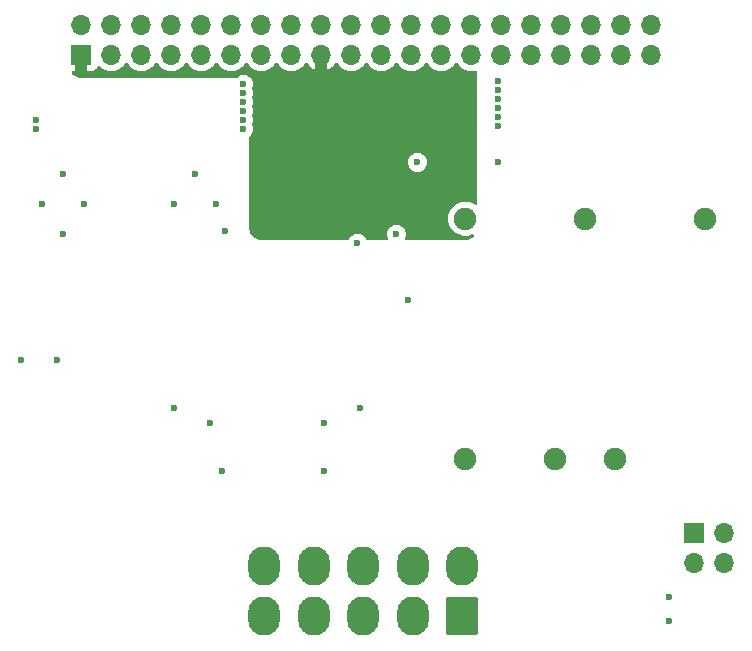
<source format=gbr>
%TF.GenerationSoftware,KiCad,Pcbnew,8.0.3-8.0.3-0~ubuntu23.10.1*%
%TF.CreationDate,2024-09-16T17:13:33+03:00*%
%TF.ProjectId,Raspberry Pi 5 shield,52617370-6265-4727-9279-205069203520,rev?*%
%TF.SameCoordinates,Original*%
%TF.FileFunction,Copper,L3,Inr*%
%TF.FilePolarity,Positive*%
%FSLAX46Y46*%
G04 Gerber Fmt 4.6, Leading zero omitted, Abs format (unit mm)*
G04 Created by KiCad (PCBNEW 8.0.3-8.0.3-0~ubuntu23.10.1) date 2024-09-16 17:13:33*
%MOMM*%
%LPD*%
G01*
G04 APERTURE LIST*
G04 Aperture macros list*
%AMRoundRect*
0 Rectangle with rounded corners*
0 $1 Rounding radius*
0 $2 $3 $4 $5 $6 $7 $8 $9 X,Y pos of 4 corners*
0 Add a 4 corners polygon primitive as box body*
4,1,4,$2,$3,$4,$5,$6,$7,$8,$9,$2,$3,0*
0 Add four circle primitives for the rounded corners*
1,1,$1+$1,$2,$3*
1,1,$1+$1,$4,$5*
1,1,$1+$1,$6,$7*
1,1,$1+$1,$8,$9*
0 Add four rect primitives between the rounded corners*
20,1,$1+$1,$2,$3,$4,$5,0*
20,1,$1+$1,$4,$5,$6,$7,0*
20,1,$1+$1,$6,$7,$8,$9,0*
20,1,$1+$1,$8,$9,$2,$3,0*%
G04 Aperture macros list end*
%TA.AperFunction,ComponentPad*%
%ADD10C,1.900000*%
%TD*%
%TA.AperFunction,ComponentPad*%
%ADD11RoundRect,0.250001X1.099999X1.399999X-1.099999X1.399999X-1.099999X-1.399999X1.099999X-1.399999X0*%
%TD*%
%TA.AperFunction,ComponentPad*%
%ADD12O,2.700000X3.300000*%
%TD*%
%TA.AperFunction,ComponentPad*%
%ADD13R,1.700000X1.700000*%
%TD*%
%TA.AperFunction,ComponentPad*%
%ADD14O,1.700000X1.700000*%
%TD*%
%TA.AperFunction,ViaPad*%
%ADD15C,0.600000*%
%TD*%
G04 APERTURE END LIST*
D10*
%TO.N,+24V*%
%TO.C,PS1*%
X157734000Y-104976000D03*
%TO.N,GNDPWR*%
X152654000Y-104976000D03*
%TO.N,+5V*%
X165354000Y-84656000D03*
%TO.N,Net-(PS1-TRIM)*%
X155194000Y-84656000D03*
%TO.N,GND*%
X145034000Y-84656000D03*
%TO.N,unconnected-(PS1-R.C.-Pad6)*%
X145034000Y-104976000D03*
%TD*%
D11*
%TO.N,+24V*%
%TO.C,J3*%
X144780000Y-118291000D03*
D12*
%TO.N,unconnected-(J3-Pin_2-Pad2)*%
X140598000Y-118291000D03*
%TO.N,unconnected-(J3-Pin_3-Pad3)*%
X136398000Y-118291000D03*
%TO.N,unconnected-(J3-Pin_4-Pad4)*%
X132207000Y-118291000D03*
%TO.N,unconnected-(J3-Pin_5-Pad5)*%
X127998000Y-118291000D03*
%TO.N,GNDPWR*%
X144780000Y-114091000D03*
%TO.N,unconnected-(J3-Pin_7-Pad7)*%
X140598000Y-114091000D03*
%TO.N,CANH*%
X136398000Y-114091000D03*
%TO.N,CANL*%
X132207000Y-114091000D03*
%TO.N,GND_CAN*%
X127998000Y-114091000D03*
%TD*%
D13*
%TO.N,unconnected-(J2-Pin_1-Pad1)*%
%TO.C,J2*%
X164370000Y-111270000D03*
D14*
%TO.N,unconnected-(J2-Pin_2-Pad2)*%
X166910000Y-111270000D03*
%TO.N,unconnected-(J2-Pin_3-Pad3)*%
X164370000Y-113810000D03*
%TO.N,unconnected-(J2-Pin_4-Pad4)*%
X166910000Y-113810000D03*
%TD*%
D13*
%TO.N,+3.3V*%
%TO.C,J1*%
X112510000Y-70810000D03*
D14*
%TO.N,+5V*%
X112510000Y-68270000D03*
%TO.N,unconnected-(J1-Pin_3-Pad3)*%
X115050000Y-70810000D03*
%TO.N,+5V*%
X115050000Y-68270000D03*
%TO.N,unconnected-(J1-Pin_5-Pad5)*%
X117590000Y-70810000D03*
%TO.N,GND*%
X117590000Y-68270000D03*
%TO.N,unconnected-(J1-Pin_7-Pad7)*%
X120130000Y-70810000D03*
%TO.N,unconnected-(J1-Pin_8-Pad8)*%
X120130000Y-68270000D03*
%TO.N,GND*%
X122670000Y-70810000D03*
%TO.N,unconnected-(J1-Pin_10-Pad10)*%
X122670000Y-68270000D03*
%TO.N,GPIO_17*%
X125210000Y-70810000D03*
%TO.N,GPIO_18*%
X125210000Y-68270000D03*
%TO.N,GPIO_27*%
X127750000Y-70810000D03*
%TO.N,GND*%
X127750000Y-68270000D03*
%TO.N,GPIO_22*%
X130290000Y-70810000D03*
%TO.N,GPIO_23*%
X130290000Y-68270000D03*
%TO.N,+3.3V*%
X132830000Y-70810000D03*
%TO.N,GPIO_24*%
X132830000Y-68270000D03*
%TO.N,SPI_MOSI*%
X135370000Y-70810000D03*
%TO.N,GND*%
X135370000Y-68270000D03*
%TO.N,SPI_MISO*%
X137910000Y-70810000D03*
%TO.N,~{INT}*%
X137910000Y-68270000D03*
%TO.N,SPI_SCLK*%
X140450000Y-70810000D03*
%TO.N,CE0*%
X140450000Y-68270000D03*
%TO.N,GND*%
X142990000Y-70810000D03*
%TO.N,CE1*%
X142990000Y-68270000D03*
%TO.N,unconnected-(J1-Pin_27-Pad27)*%
X145530000Y-70810000D03*
%TO.N,unconnected-(J1-Pin_28-Pad28)*%
X145530000Y-68270000D03*
%TO.N,GPIO_5*%
X148070000Y-70810000D03*
%TO.N,GND*%
X148070000Y-68270000D03*
%TO.N,GPIO_6*%
X150610000Y-70810000D03*
%TO.N,GPIO_12*%
X150610000Y-68270000D03*
%TO.N,GPIO_13*%
X153150000Y-70810000D03*
%TO.N,GND*%
X153150000Y-68270000D03*
%TO.N,GPIO_19*%
X155690000Y-70810000D03*
%TO.N,GPIO_16*%
X155690000Y-68270000D03*
%TO.N,GPIO_26*%
X158230000Y-70810000D03*
%TO.N,GPIO_20*%
X158230000Y-68270000D03*
%TO.N,GND*%
X160770000Y-70810000D03*
%TO.N,GPIO_21*%
X160770000Y-68270000D03*
%TD*%
D15*
%TO.N,GNDPWR*%
X162306000Y-116706000D03*
%TO.N,Net-(D1-Visoin)*%
X133096000Y-101974000D03*
X123444000Y-101974000D03*
%TO.N,+5V*%
X124714000Y-85718000D03*
X126238000Y-76320000D03*
X126238000Y-74796000D03*
X108712000Y-76320000D03*
X147828000Y-75304000D03*
X147828000Y-73018000D03*
X147828000Y-76066000D03*
X126238000Y-73272000D03*
X108712000Y-77082000D03*
X147828000Y-73780000D03*
X147828000Y-74542000D03*
X107442000Y-96640000D03*
X147828000Y-76828000D03*
X126238000Y-75558000D03*
X126238000Y-74034000D03*
X126238000Y-77082000D03*
%TO.N,+3.3V*%
X127762000Y-85718000D03*
X145796000Y-73780000D03*
X129032000Y-76828000D03*
X110490000Y-96640000D03*
%TO.N,GND*%
X122174000Y-80892000D03*
X110998000Y-80892000D03*
X139192000Y-85972000D03*
X135890000Y-86734000D03*
X140208000Y-91560000D03*
X123952000Y-83432000D03*
X110998000Y-85972000D03*
X147828000Y-79876000D03*
X112776000Y-83432000D03*
X120396000Y-83432000D03*
X140970000Y-79876000D03*
X109220000Y-83432000D03*
%TO.N,GND_CAN*%
X133096000Y-106038000D03*
X136144000Y-100704000D03*
X120396000Y-100704000D03*
X124460000Y-106038000D03*
%TO.N,+24V*%
X162306000Y-118738000D03*
%TD*%
%TA.AperFunction,Conductor*%
%TO.N,+3.3V*%
G36*
X133330000Y-72066405D02*
G01*
X133507575Y-71983601D01*
X133507577Y-71983600D01*
X133701082Y-71848105D01*
X133868105Y-71681082D01*
X133998119Y-71495405D01*
X134052696Y-71451781D01*
X134122195Y-71444588D01*
X134184549Y-71476110D01*
X134201269Y-71495405D01*
X134331505Y-71681401D01*
X134498599Y-71848495D01*
X134575135Y-71902086D01*
X134692165Y-71984032D01*
X134692167Y-71984033D01*
X134692170Y-71984035D01*
X134906337Y-72083903D01*
X135134592Y-72145063D01*
X135305319Y-72160000D01*
X135369999Y-72165659D01*
X135370000Y-72165659D01*
X135370001Y-72165659D01*
X135434681Y-72160000D01*
X135605408Y-72145063D01*
X135833663Y-72083903D01*
X136047830Y-71984035D01*
X136241401Y-71848495D01*
X136408495Y-71681401D01*
X136538425Y-71495842D01*
X136593002Y-71452217D01*
X136662500Y-71445023D01*
X136724855Y-71476546D01*
X136741575Y-71495842D01*
X136871281Y-71681082D01*
X136871505Y-71681401D01*
X137038599Y-71848495D01*
X137115135Y-71902086D01*
X137232165Y-71984032D01*
X137232167Y-71984033D01*
X137232170Y-71984035D01*
X137446337Y-72083903D01*
X137674592Y-72145063D01*
X137845319Y-72160000D01*
X137909999Y-72165659D01*
X137910000Y-72165659D01*
X137910001Y-72165659D01*
X137974681Y-72160000D01*
X138145408Y-72145063D01*
X138373663Y-72083903D01*
X138587830Y-71984035D01*
X138781401Y-71848495D01*
X138948495Y-71681401D01*
X139078425Y-71495842D01*
X139133002Y-71452217D01*
X139202500Y-71445023D01*
X139264855Y-71476546D01*
X139281575Y-71495842D01*
X139411281Y-71681082D01*
X139411505Y-71681401D01*
X139578599Y-71848495D01*
X139655135Y-71902086D01*
X139772165Y-71984032D01*
X139772167Y-71984033D01*
X139772170Y-71984035D01*
X139986337Y-72083903D01*
X140214592Y-72145063D01*
X140385319Y-72160000D01*
X140449999Y-72165659D01*
X140450000Y-72165659D01*
X140450001Y-72165659D01*
X140514681Y-72160000D01*
X140685408Y-72145063D01*
X140913663Y-72083903D01*
X141127830Y-71984035D01*
X141321401Y-71848495D01*
X141488495Y-71681401D01*
X141618425Y-71495842D01*
X141673002Y-71452217D01*
X141742500Y-71445023D01*
X141804855Y-71476546D01*
X141821575Y-71495842D01*
X141951281Y-71681082D01*
X141951505Y-71681401D01*
X142118599Y-71848495D01*
X142195135Y-71902086D01*
X142312165Y-71984032D01*
X142312167Y-71984033D01*
X142312170Y-71984035D01*
X142526337Y-72083903D01*
X142754592Y-72145063D01*
X142925319Y-72160000D01*
X142989999Y-72165659D01*
X142990000Y-72165659D01*
X142990001Y-72165659D01*
X143054681Y-72160000D01*
X143225408Y-72145063D01*
X143453663Y-72083903D01*
X143667830Y-71984035D01*
X143861401Y-71848495D01*
X144028495Y-71681401D01*
X144158425Y-71495842D01*
X144213002Y-71452217D01*
X144282500Y-71445023D01*
X144344855Y-71476546D01*
X144361575Y-71495842D01*
X144491281Y-71681082D01*
X144491505Y-71681401D01*
X144658599Y-71848495D01*
X144735135Y-71902086D01*
X144852165Y-71984032D01*
X144852167Y-71984033D01*
X144852170Y-71984035D01*
X145066337Y-72083903D01*
X145294592Y-72145063D01*
X145465319Y-72160000D01*
X145529999Y-72165659D01*
X145530000Y-72165659D01*
X145530001Y-72165659D01*
X145594681Y-72160000D01*
X145765408Y-72145063D01*
X145893907Y-72110632D01*
X145963757Y-72112295D01*
X146021619Y-72151458D01*
X146049123Y-72215686D01*
X146050000Y-72230407D01*
X146050000Y-83355062D01*
X146030315Y-83422101D01*
X145977511Y-83467856D01*
X145908353Y-83477800D01*
X145849838Y-83452916D01*
X145830068Y-83437529D01*
X145830067Y-83437528D01*
X145733067Y-83385034D01*
X145618657Y-83323118D01*
X145618652Y-83323116D01*
X145391300Y-83245066D01*
X145213468Y-83215391D01*
X145154192Y-83205500D01*
X144913808Y-83205500D01*
X144866387Y-83213413D01*
X144676699Y-83245066D01*
X144449347Y-83323116D01*
X144449342Y-83323118D01*
X144237930Y-83437529D01*
X144237924Y-83437533D01*
X144048242Y-83585169D01*
X144048239Y-83585172D01*
X143885430Y-83762029D01*
X143885427Y-83762033D01*
X143753951Y-83963270D01*
X143657389Y-84183410D01*
X143598379Y-84416440D01*
X143578529Y-84655994D01*
X143578529Y-84656005D01*
X143598379Y-84895559D01*
X143657389Y-85128589D01*
X143753951Y-85348729D01*
X143878096Y-85538745D01*
X143885429Y-85549969D01*
X144048236Y-85726825D01*
X144048239Y-85726827D01*
X144048242Y-85726830D01*
X144237924Y-85874466D01*
X144237930Y-85874470D01*
X144237933Y-85874472D01*
X144449344Y-85988882D01*
X144449347Y-85988883D01*
X144676699Y-86066933D01*
X144676701Y-86066933D01*
X144676703Y-86066934D01*
X144913808Y-86106500D01*
X144913809Y-86106500D01*
X145154191Y-86106500D01*
X145154192Y-86106500D01*
X145391297Y-86066934D01*
X145618656Y-85988882D01*
X145618659Y-85988879D01*
X145620987Y-85988081D01*
X145690785Y-85984931D01*
X145751207Y-86020017D01*
X145783067Y-86082200D01*
X145776252Y-86151736D01*
X145739915Y-86201215D01*
X145615010Y-86303722D01*
X145594798Y-86317227D01*
X145443456Y-86398121D01*
X145420998Y-86407424D01*
X145256775Y-86457240D01*
X145232934Y-86461982D01*
X145056061Y-86479403D01*
X145043907Y-86480000D01*
X140037097Y-86480000D01*
X139970058Y-86460315D01*
X139924303Y-86407511D01*
X139914359Y-86338353D01*
X139920056Y-86315045D01*
X139977366Y-86151262D01*
X139977369Y-86151249D01*
X139997565Y-85972003D01*
X139997565Y-85971996D01*
X139977369Y-85792750D01*
X139977368Y-85792745D01*
X139954302Y-85726827D01*
X139917789Y-85622478D01*
X139821816Y-85469738D01*
X139694262Y-85342184D01*
X139541523Y-85246211D01*
X139371254Y-85186631D01*
X139371249Y-85186630D01*
X139192004Y-85166435D01*
X139191996Y-85166435D01*
X139012750Y-85186630D01*
X139012745Y-85186631D01*
X138842476Y-85246211D01*
X138689737Y-85342184D01*
X138562184Y-85469737D01*
X138466211Y-85622476D01*
X138406631Y-85792745D01*
X138406630Y-85792750D01*
X138386435Y-85971996D01*
X138386435Y-85972003D01*
X138406630Y-86151249D01*
X138406633Y-86151262D01*
X138463944Y-86315045D01*
X138467506Y-86384824D01*
X138432778Y-86445451D01*
X138370784Y-86477679D01*
X138346903Y-86480000D01*
X136737196Y-86480000D01*
X136670157Y-86460315D01*
X136624402Y-86407511D01*
X136620155Y-86396955D01*
X136615789Y-86384479D01*
X136615787Y-86384475D01*
X136572161Y-86315045D01*
X136519816Y-86231738D01*
X136392262Y-86104184D01*
X136332979Y-86066934D01*
X136239523Y-86008211D01*
X136069254Y-85948631D01*
X136069249Y-85948630D01*
X135890004Y-85928435D01*
X135889996Y-85928435D01*
X135710750Y-85948630D01*
X135710745Y-85948631D01*
X135540476Y-86008211D01*
X135387737Y-86104184D01*
X135260184Y-86231737D01*
X135164212Y-86384475D01*
X135164210Y-86384479D01*
X135159845Y-86396955D01*
X135119123Y-86453731D01*
X135054171Y-86479478D01*
X135042804Y-86480000D01*
X127752093Y-86480000D01*
X127739939Y-86479403D01*
X127563065Y-86461982D01*
X127539224Y-86457240D01*
X127375001Y-86407424D01*
X127352543Y-86398121D01*
X127201201Y-86317227D01*
X127180989Y-86303722D01*
X127048333Y-86194854D01*
X127031145Y-86177666D01*
X126922277Y-86045010D01*
X126908772Y-86024798D01*
X126889574Y-85988881D01*
X126827877Y-85873453D01*
X126818575Y-85850998D01*
X126800906Y-85792750D01*
X126768757Y-85686769D01*
X126764018Y-85662941D01*
X126746597Y-85486061D01*
X126746000Y-85473907D01*
X126746000Y-79875996D01*
X140164435Y-79875996D01*
X140164435Y-79876003D01*
X140184630Y-80055249D01*
X140184631Y-80055254D01*
X140244211Y-80225523D01*
X140267247Y-80262184D01*
X140340184Y-80378262D01*
X140467738Y-80505816D01*
X140620478Y-80601789D01*
X140790745Y-80661368D01*
X140790750Y-80661369D01*
X140969996Y-80681565D01*
X140970000Y-80681565D01*
X140970004Y-80681565D01*
X141149249Y-80661369D01*
X141149252Y-80661368D01*
X141149255Y-80661368D01*
X141319522Y-80601789D01*
X141472262Y-80505816D01*
X141599816Y-80378262D01*
X141695789Y-80225522D01*
X141755368Y-80055255D01*
X141775565Y-79876000D01*
X141755368Y-79696745D01*
X141695789Y-79526478D01*
X141599816Y-79373738D01*
X141472262Y-79246184D01*
X141319523Y-79150211D01*
X141149254Y-79090631D01*
X141149249Y-79090630D01*
X140970004Y-79070435D01*
X140969996Y-79070435D01*
X140790750Y-79090630D01*
X140790745Y-79090631D01*
X140620476Y-79150211D01*
X140467737Y-79246184D01*
X140340184Y-79373737D01*
X140244211Y-79526476D01*
X140184631Y-79696745D01*
X140184630Y-79696750D01*
X140164435Y-79875996D01*
X126746000Y-79875996D01*
X126746000Y-77757440D01*
X126765685Y-77690401D01*
X126782319Y-77669759D01*
X126867816Y-77584262D01*
X126963789Y-77431522D01*
X127023368Y-77261255D01*
X127043565Y-77082000D01*
X127023368Y-76902745D01*
X127023367Y-76902743D01*
X127023366Y-76902737D01*
X126967106Y-76741955D01*
X126963544Y-76672176D01*
X126967106Y-76660045D01*
X127023366Y-76499262D01*
X127023369Y-76499249D01*
X127043565Y-76320003D01*
X127043565Y-76319996D01*
X127023369Y-76140750D01*
X127023366Y-76140737D01*
X126967106Y-75979955D01*
X126963544Y-75910176D01*
X126967106Y-75898045D01*
X127023366Y-75737262D01*
X127023369Y-75737249D01*
X127043565Y-75558003D01*
X127043565Y-75557996D01*
X127023369Y-75378750D01*
X127023366Y-75378737D01*
X126967106Y-75217955D01*
X126963544Y-75148176D01*
X126967106Y-75136045D01*
X127023366Y-74975262D01*
X127023369Y-74975249D01*
X127043565Y-74796003D01*
X127043565Y-74795996D01*
X127023369Y-74616750D01*
X127023366Y-74616737D01*
X126967106Y-74455955D01*
X126963544Y-74386176D01*
X126967106Y-74374045D01*
X127023366Y-74213262D01*
X127023369Y-74213249D01*
X127043565Y-74034003D01*
X127043565Y-74033996D01*
X127023369Y-73854750D01*
X127023366Y-73854737D01*
X126967106Y-73693955D01*
X126963544Y-73624176D01*
X126967106Y-73612045D01*
X127023366Y-73451262D01*
X127023369Y-73451249D01*
X127043565Y-73272003D01*
X127043565Y-73271996D01*
X127023369Y-73092750D01*
X127023368Y-73092745D01*
X126963788Y-72922476D01*
X126867815Y-72769737D01*
X126740262Y-72642184D01*
X126587523Y-72546211D01*
X126417254Y-72486631D01*
X126417249Y-72486630D01*
X126238004Y-72466435D01*
X126237996Y-72466435D01*
X126058750Y-72486630D01*
X126058745Y-72486631D01*
X125888476Y-72546211D01*
X125735737Y-72642184D01*
X125650241Y-72727681D01*
X125588918Y-72761166D01*
X125562560Y-72764000D01*
X112512093Y-72764000D01*
X112499939Y-72763403D01*
X112323065Y-72745982D01*
X112299224Y-72741240D01*
X112135001Y-72691424D01*
X112112543Y-72682121D01*
X111961201Y-72601227D01*
X111940989Y-72587722D01*
X111808333Y-72478854D01*
X111791145Y-72461666D01*
X111709897Y-72362665D01*
X111682584Y-72298355D01*
X111694375Y-72229487D01*
X111741527Y-72177927D01*
X111805750Y-72160000D01*
X112010000Y-72160000D01*
X112010000Y-70875826D01*
X112044075Y-71002993D01*
X112109901Y-71117007D01*
X112202993Y-71210099D01*
X112317007Y-71275925D01*
X112444174Y-71310000D01*
X112575826Y-71310000D01*
X112702993Y-71275925D01*
X112817007Y-71210099D01*
X112910099Y-71117007D01*
X112975925Y-71002993D01*
X113010000Y-70875826D01*
X113010000Y-72160000D01*
X113407828Y-72160000D01*
X113407844Y-72159999D01*
X113467372Y-72153598D01*
X113467379Y-72153596D01*
X113602086Y-72103354D01*
X113602093Y-72103350D01*
X113717187Y-72017190D01*
X113717190Y-72017187D01*
X113803350Y-71902093D01*
X113803354Y-71902086D01*
X113852422Y-71770529D01*
X113894293Y-71714595D01*
X113959757Y-71690178D01*
X114028030Y-71705030D01*
X114056285Y-71726181D01*
X114178599Y-71848495D01*
X114255135Y-71902086D01*
X114372165Y-71984032D01*
X114372167Y-71984033D01*
X114372170Y-71984035D01*
X114586337Y-72083903D01*
X114814592Y-72145063D01*
X114985319Y-72160000D01*
X115049999Y-72165659D01*
X115050000Y-72165659D01*
X115050001Y-72165659D01*
X115114681Y-72160000D01*
X115285408Y-72145063D01*
X115513663Y-72083903D01*
X115727830Y-71984035D01*
X115921401Y-71848495D01*
X116088495Y-71681401D01*
X116218425Y-71495842D01*
X116273002Y-71452217D01*
X116342500Y-71445023D01*
X116404855Y-71476546D01*
X116421575Y-71495842D01*
X116551281Y-71681082D01*
X116551505Y-71681401D01*
X116718599Y-71848495D01*
X116795135Y-71902086D01*
X116912165Y-71984032D01*
X116912167Y-71984033D01*
X116912170Y-71984035D01*
X117126337Y-72083903D01*
X117354592Y-72145063D01*
X117525319Y-72160000D01*
X117589999Y-72165659D01*
X117590000Y-72165659D01*
X117590001Y-72165659D01*
X117654681Y-72160000D01*
X117825408Y-72145063D01*
X118053663Y-72083903D01*
X118267830Y-71984035D01*
X118461401Y-71848495D01*
X118628495Y-71681401D01*
X118758425Y-71495842D01*
X118813002Y-71452217D01*
X118882500Y-71445023D01*
X118944855Y-71476546D01*
X118961575Y-71495842D01*
X119091281Y-71681082D01*
X119091505Y-71681401D01*
X119258599Y-71848495D01*
X119335135Y-71902086D01*
X119452165Y-71984032D01*
X119452167Y-71984033D01*
X119452170Y-71984035D01*
X119666337Y-72083903D01*
X119894592Y-72145063D01*
X120065319Y-72160000D01*
X120129999Y-72165659D01*
X120130000Y-72165659D01*
X120130001Y-72165659D01*
X120194681Y-72160000D01*
X120365408Y-72145063D01*
X120593663Y-72083903D01*
X120807830Y-71984035D01*
X121001401Y-71848495D01*
X121168495Y-71681401D01*
X121298425Y-71495842D01*
X121353002Y-71452217D01*
X121422500Y-71445023D01*
X121484855Y-71476546D01*
X121501575Y-71495842D01*
X121631281Y-71681082D01*
X121631505Y-71681401D01*
X121798599Y-71848495D01*
X121875135Y-71902086D01*
X121992165Y-71984032D01*
X121992167Y-71984033D01*
X121992170Y-71984035D01*
X122206337Y-72083903D01*
X122434592Y-72145063D01*
X122605319Y-72160000D01*
X122669999Y-72165659D01*
X122670000Y-72165659D01*
X122670001Y-72165659D01*
X122734681Y-72160000D01*
X122905408Y-72145063D01*
X123133663Y-72083903D01*
X123347830Y-71984035D01*
X123541401Y-71848495D01*
X123708495Y-71681401D01*
X123838425Y-71495842D01*
X123893002Y-71452217D01*
X123962500Y-71445023D01*
X124024855Y-71476546D01*
X124041575Y-71495842D01*
X124171281Y-71681082D01*
X124171505Y-71681401D01*
X124338599Y-71848495D01*
X124415135Y-71902086D01*
X124532165Y-71984032D01*
X124532167Y-71984033D01*
X124532170Y-71984035D01*
X124746337Y-72083903D01*
X124974592Y-72145063D01*
X125145319Y-72160000D01*
X125209999Y-72165659D01*
X125210000Y-72165659D01*
X125210001Y-72165659D01*
X125274681Y-72160000D01*
X125445408Y-72145063D01*
X125673663Y-72083903D01*
X125887830Y-71984035D01*
X126081401Y-71848495D01*
X126248495Y-71681401D01*
X126378425Y-71495842D01*
X126433002Y-71452217D01*
X126502500Y-71445023D01*
X126564855Y-71476546D01*
X126581575Y-71495842D01*
X126711281Y-71681082D01*
X126711505Y-71681401D01*
X126878599Y-71848495D01*
X126955135Y-71902086D01*
X127072165Y-71984032D01*
X127072167Y-71984033D01*
X127072170Y-71984035D01*
X127286337Y-72083903D01*
X127514592Y-72145063D01*
X127685319Y-72160000D01*
X127749999Y-72165659D01*
X127750000Y-72165659D01*
X127750001Y-72165659D01*
X127814681Y-72160000D01*
X127985408Y-72145063D01*
X128213663Y-72083903D01*
X128427830Y-71984035D01*
X128621401Y-71848495D01*
X128788495Y-71681401D01*
X128918425Y-71495842D01*
X128973002Y-71452217D01*
X129042500Y-71445023D01*
X129104855Y-71476546D01*
X129121575Y-71495842D01*
X129251281Y-71681082D01*
X129251505Y-71681401D01*
X129418599Y-71848495D01*
X129495135Y-71902086D01*
X129612165Y-71984032D01*
X129612167Y-71984033D01*
X129612170Y-71984035D01*
X129826337Y-72083903D01*
X130054592Y-72145063D01*
X130225319Y-72160000D01*
X130289999Y-72165659D01*
X130290000Y-72165659D01*
X130290001Y-72165659D01*
X130354681Y-72160000D01*
X130525408Y-72145063D01*
X130753663Y-72083903D01*
X130967830Y-71984035D01*
X131161401Y-71848495D01*
X131328495Y-71681401D01*
X131458730Y-71495405D01*
X131513307Y-71451781D01*
X131582805Y-71444587D01*
X131645160Y-71476110D01*
X131661879Y-71495405D01*
X131791890Y-71681078D01*
X131958917Y-71848105D01*
X132152422Y-71983600D01*
X132152424Y-71983601D01*
X132329999Y-72066405D01*
X132330000Y-72066405D01*
X132330000Y-70875826D01*
X132364075Y-71002993D01*
X132429901Y-71117007D01*
X132522993Y-71210099D01*
X132637007Y-71275925D01*
X132764174Y-71310000D01*
X132895826Y-71310000D01*
X133022993Y-71275925D01*
X133137007Y-71210099D01*
X133230099Y-71117007D01*
X133295925Y-71002993D01*
X133330000Y-70875826D01*
X133330000Y-72066405D01*
G37*
%TD.AperFunction*%
%TA.AperFunction,Conductor*%
G36*
X112317007Y-70344075D02*
G01*
X112202993Y-70409901D01*
X112109901Y-70502993D01*
X112044075Y-70617007D01*
X112010000Y-70744174D01*
X112010000Y-70434000D01*
X112029685Y-70366961D01*
X112082489Y-70321206D01*
X112134000Y-70310000D01*
X112444174Y-70310000D01*
X112317007Y-70344075D01*
G37*
%TD.AperFunction*%
%TA.AperFunction,Conductor*%
G36*
X112953039Y-70329685D02*
G01*
X112998794Y-70382489D01*
X113010000Y-70434000D01*
X113010000Y-70744174D01*
X112975925Y-70617007D01*
X112910099Y-70502993D01*
X112817007Y-70409901D01*
X112702993Y-70344075D01*
X112575826Y-70310000D01*
X112886000Y-70310000D01*
X112953039Y-70329685D01*
G37*
%TD.AperFunction*%
%TA.AperFunction,Conductor*%
G36*
X132637007Y-70344075D02*
G01*
X132522993Y-70409901D01*
X132429901Y-70502993D01*
X132364075Y-70617007D01*
X132330000Y-70744174D01*
X132330000Y-70434000D01*
X132349685Y-70366961D01*
X132402489Y-70321206D01*
X132454000Y-70310000D01*
X132764174Y-70310000D01*
X132637007Y-70344075D01*
G37*
%TD.AperFunction*%
%TA.AperFunction,Conductor*%
G36*
X133273039Y-70329685D02*
G01*
X133318794Y-70382489D01*
X133330000Y-70434000D01*
X133330000Y-70744174D01*
X133295925Y-70617007D01*
X133230099Y-70502993D01*
X133137007Y-70409901D01*
X133022993Y-70344075D01*
X132895826Y-70310000D01*
X133206000Y-70310000D01*
X133273039Y-70329685D01*
G37*
%TD.AperFunction*%
%TD*%
M02*

</source>
